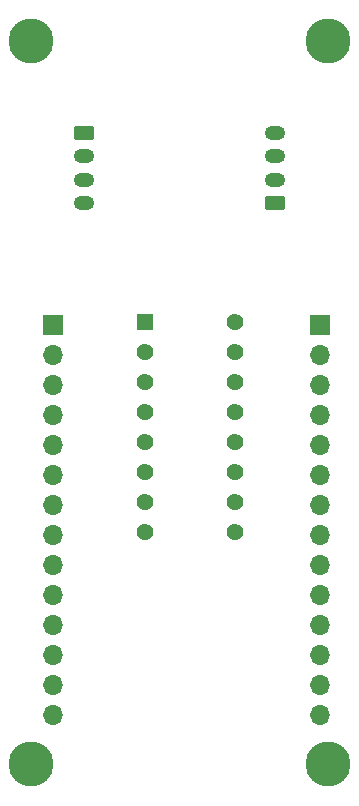
<source format=gbr>
%TF.GenerationSoftware,KiCad,Pcbnew,7.0.2-0*%
%TF.CreationDate,2024-01-04T15:38:00-05:00*%
%TF.ProjectId,Turbidity_v12,54757262-6964-4697-9479-5f7631322e6b,12*%
%TF.SameCoordinates,Original*%
%TF.FileFunction,Soldermask,Bot*%
%TF.FilePolarity,Negative*%
%FSLAX46Y46*%
G04 Gerber Fmt 4.6, Leading zero omitted, Abs format (unit mm)*
G04 Created by KiCad (PCBNEW 7.0.2-0) date 2024-01-04 15:38:00*
%MOMM*%
%LPD*%
G01*
G04 APERTURE LIST*
G04 Aperture macros list*
%AMRoundRect*
0 Rectangle with rounded corners*
0 $1 Rounding radius*
0 $2 $3 $4 $5 $6 $7 $8 $9 X,Y pos of 4 corners*
0 Add a 4 corners polygon primitive as box body*
4,1,4,$2,$3,$4,$5,$6,$7,$8,$9,$2,$3,0*
0 Add four circle primitives for the rounded corners*
1,1,$1+$1,$2,$3*
1,1,$1+$1,$4,$5*
1,1,$1+$1,$6,$7*
1,1,$1+$1,$8,$9*
0 Add four rect primitives between the rounded corners*
20,1,$1+$1,$2,$3,$4,$5,0*
20,1,$1+$1,$4,$5,$6,$7,0*
20,1,$1+$1,$6,$7,$8,$9,0*
20,1,$1+$1,$8,$9,$2,$3,0*%
G04 Aperture macros list end*
%ADD10C,3.800000*%
%ADD11R,1.425000X1.425000*%
%ADD12C,1.425000*%
%ADD13R,1.700000X1.700000*%
%ADD14O,1.700000X1.700000*%
%ADD15RoundRect,0.250000X-0.625000X0.350000X-0.625000X-0.350000X0.625000X-0.350000X0.625000X0.350000X0*%
%ADD16O,1.750000X1.200000*%
%ADD17RoundRect,0.250000X0.625000X-0.350000X0.625000X0.350000X-0.625000X0.350000X-0.625000X-0.350000X0*%
G04 APERTURE END LIST*
D10*
%TO.C,REF\u002A\u002A*%
X135001000Y-121310400D03*
%TD*%
D11*
%TO.C,IC1*%
X144653000Y-83820000D03*
D12*
X144653000Y-86360000D03*
X144653000Y-88900000D03*
X144653000Y-91440000D03*
X144653000Y-93980000D03*
X144653000Y-96520000D03*
X144653000Y-99060000D03*
X144653000Y-101600000D03*
X152273000Y-101600000D03*
X152273000Y-99060000D03*
X152273000Y-96520000D03*
X152273000Y-93980000D03*
X152273000Y-91440000D03*
X152273000Y-88900000D03*
X152273000Y-86360000D03*
X152273000Y-83820000D03*
%TD*%
D13*
%TO.C,J4*%
X159512000Y-84074000D03*
D14*
X159512000Y-86614000D03*
X159512000Y-89154000D03*
X159512000Y-91694000D03*
X159512000Y-94234000D03*
X159512000Y-96774000D03*
X159512000Y-99314000D03*
X159512000Y-101854000D03*
X159512000Y-104394000D03*
X159512000Y-106934000D03*
X159512000Y-109474000D03*
X159512000Y-112014000D03*
X159512000Y-114554000D03*
X159512000Y-117094000D03*
%TD*%
D10*
%TO.C,REF\u002A\u002A*%
X160147000Y-60071000D03*
%TD*%
D15*
%TO.C,J3*%
X139457600Y-67815200D03*
D16*
X139457600Y-69815200D03*
X139457600Y-71815200D03*
X139457600Y-73815200D03*
%TD*%
D10*
%TO.C,REF\u002A\u002A*%
X135001000Y-60071000D03*
%TD*%
D17*
%TO.C,J2*%
X155690400Y-73818000D03*
D16*
X155690400Y-71818000D03*
X155690400Y-69818000D03*
X155690400Y-67818000D03*
%TD*%
D13*
%TO.C,J5*%
X136906000Y-84074000D03*
D14*
X136906000Y-86614000D03*
X136906000Y-89154000D03*
X136906000Y-91694000D03*
X136906000Y-94234000D03*
X136906000Y-96774000D03*
X136906000Y-99314000D03*
X136906000Y-101854000D03*
X136906000Y-104394000D03*
X136906000Y-106934000D03*
X136906000Y-109474000D03*
X136906000Y-112014000D03*
X136906000Y-114554000D03*
X136906000Y-117094000D03*
%TD*%
D10*
%TO.C,REF\u002A\u002A*%
X160147000Y-121310400D03*
%TD*%
M02*

</source>
